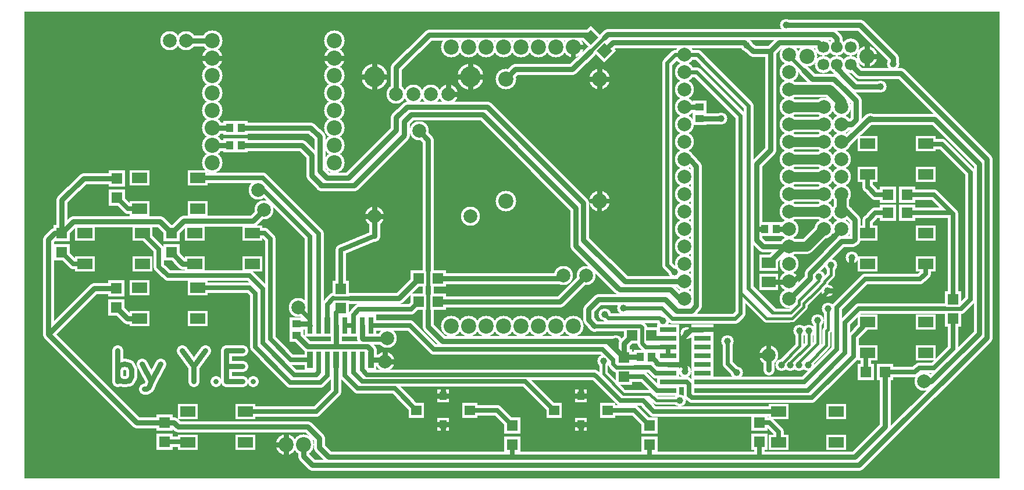
<source format=gbr>
%FSLAX34Y34*%
%MOMM*%
%LNCOPPER_TOP*%
G71*
G01*
%ADD10R, 3.00X2.30*%
%ADD11R, 2.30X2.20*%
%ADD12R, 1.80X1.95*%
%ADD13C, 2.80*%
%ADD14C, 3.00*%
%ADD15R, 2.40X2.40*%
%ADD16C, 3.80*%
%ADD17C, 2.50*%
%ADD18C, 3.00*%
%ADD19C, 1.60*%
%ADD20C, 0.80*%
%ADD21C, 2.20*%
%ADD22C, 1.30*%
%ADD23R, 1.90X2.00*%
%ADD24C, 1.40*%
%ADD25C, 1.80*%
%ADD26C, 1.20*%
%ADD27C, 2.80*%
%ADD28R, 3.20X1.60*%
%ADD29C, 1.50*%
%ADD30C, 0.70*%
%ADD31R, 1.60X3.20*%
%ADD32R, 2.80X2.40*%
%ADD33R, 2.00X1.90*%
%ADD34C, 0.60*%
%ADD35C, 1.59*%
%ADD36R, 2.20X1.50*%
%ADD37R, 1.50X1.40*%
%ADD38R, 1.00X1.15*%
%ADD39C, 2.00*%
%ADD40C, 2.20*%
%ADD41R, 1.60X1.60*%
%ADD42C, 1.70*%
%ADD43C, 2.20*%
%ADD44C, 0.50*%
%ADD45R, 1.10X1.20*%
%ADD46C, 1.00*%
%ADD47C, 0.40*%
%ADD48C, 2.00*%
%ADD49R, 2.40X0.80*%
%ADD50R, 0.80X2.40*%
%ADD51R, 2.00X1.60*%
%ADD52R, 1.20X1.10*%
%ADD53C, 0.79*%
%LPD*%
G36*
X0Y1000000D02*
X1420000Y1000000D01*
X1420000Y320000D01*
X0Y320000D01*
X0Y1000000D01*
G37*
%LPC*%
X168000Y597500D02*
G54D10*
D03*
X168000Y552500D02*
G54D10*
D03*
X252000Y597500D02*
G54D10*
D03*
X252000Y552500D02*
G54D10*
D03*
X571000Y419000D02*
G54D11*
D03*
X649000Y419000D02*
G54D11*
D03*
X610000Y439750D02*
G54D12*
D03*
X610000Y398250D02*
G54D12*
D03*
X960812Y936885D02*
G54D13*
D03*
X960812Y911485D02*
G54D13*
D03*
X960812Y886085D02*
G54D13*
D03*
X960812Y860685D02*
G54D13*
D03*
X960812Y835285D02*
G54D13*
D03*
X960812Y809885D02*
G54D13*
D03*
X960812Y784485D02*
G54D13*
D03*
X960812Y759085D02*
G54D13*
D03*
X960812Y733685D02*
G54D13*
D03*
X960812Y708285D02*
G54D13*
D03*
X960812Y682885D02*
G54D13*
D03*
X960812Y657485D02*
G54D13*
D03*
X960812Y632085D02*
G54D13*
D03*
X960812Y606685D02*
G54D13*
D03*
X960812Y581285D02*
G54D13*
D03*
X1113212Y936885D02*
G54D13*
D03*
X1113212Y911485D02*
G54D13*
D03*
X1113212Y886085D02*
G54D13*
D03*
X1113212Y860685D02*
G54D13*
D03*
X1113212Y835285D02*
G54D13*
D03*
X1113212Y809885D02*
G54D13*
D03*
X1113212Y784485D02*
G54D13*
D03*
X1113212Y759085D02*
G54D13*
D03*
X1113212Y733685D02*
G54D13*
D03*
X1113212Y708285D02*
G54D13*
D03*
X1113212Y682885D02*
G54D13*
D03*
X1113212Y657485D02*
G54D13*
D03*
X1113212Y632085D02*
G54D13*
D03*
X1113212Y606685D02*
G54D13*
D03*
X1113212Y581285D02*
G54D13*
D03*
X168000Y757500D02*
G54D10*
D03*
X168000Y712500D02*
G54D10*
D03*
X252000Y757500D02*
G54D10*
D03*
X252000Y712500D02*
G54D10*
D03*
X88000Y677500D02*
G54D10*
D03*
X88000Y632500D02*
G54D10*
D03*
X172000Y677500D02*
G54D10*
D03*
X172000Y632500D02*
G54D10*
D03*
X248000Y677500D02*
G54D10*
D03*
X248000Y632500D02*
G54D10*
D03*
X332000Y677500D02*
G54D10*
D03*
X332000Y632500D02*
G54D10*
D03*
X771000Y419000D02*
G54D11*
D03*
X849000Y419000D02*
G54D11*
D03*
X810000Y439750D02*
G54D12*
D03*
X810000Y398250D02*
G54D12*
D03*
X1098000Y417500D02*
G54D10*
D03*
X1098000Y372500D02*
G54D10*
D03*
X1182000Y417500D02*
G54D10*
D03*
X1182000Y372500D02*
G54D10*
D03*
X1228000Y677500D02*
G54D10*
D03*
X1228000Y632500D02*
G54D10*
D03*
X1312000Y677500D02*
G54D10*
D03*
X1312000Y632500D02*
G54D10*
D03*
X1228000Y547500D02*
G54D10*
D03*
X1228000Y502500D02*
G54D10*
D03*
X1312000Y547500D02*
G54D10*
D03*
X1312000Y502500D02*
G54D10*
D03*
X1228000Y807500D02*
G54D10*
D03*
X1228000Y762500D02*
G54D10*
D03*
X1312000Y807500D02*
G54D10*
D03*
X1312000Y762500D02*
G54D10*
D03*
X700738Y901900D02*
G54D14*
D03*
X700738Y724100D02*
G54D14*
D03*
X837262Y901900D02*
G54D14*
D03*
X837262Y724100D02*
G54D14*
D03*
X238000Y417500D02*
G54D10*
D03*
X238000Y372500D02*
G54D10*
D03*
X322000Y417500D02*
G54D10*
D03*
X322000Y372500D02*
G54D10*
D03*
X204000Y401500D02*
G54D15*
D03*
X204000Y373500D02*
G54D15*
D03*
X214000Y677000D02*
G54D15*
D03*
X214000Y649000D02*
G54D15*
D03*
X133500Y597000D02*
G54D15*
D03*
X133500Y569000D02*
G54D15*
D03*
X1253500Y474500D02*
G54D15*
D03*
X1225500Y474500D02*
G54D15*
D03*
X710000Y369000D02*
G54D15*
D03*
X710000Y397000D02*
G54D15*
D03*
X134500Y757000D02*
G54D15*
D03*
X134500Y729000D02*
G54D15*
D03*
X1285000Y733000D02*
G54D15*
D03*
X1257000Y733000D02*
G54D15*
D03*
X1070000Y373000D02*
G54D15*
D03*
X1070000Y401000D02*
G54D15*
D03*
X1285000Y707000D02*
G54D15*
D03*
X1257000Y707000D02*
G54D15*
D03*
X910000Y369000D02*
G54D15*
D03*
X910000Y397000D02*
G54D15*
D03*
X649500Y701500D02*
G54D13*
D03*
X649500Y904700D02*
G54D16*
D03*
X509500Y701500D02*
G54D13*
D03*
X509500Y904700D02*
G54D16*
D03*
X541400Y879300D02*
G54D13*
D03*
X566800Y879300D02*
G54D13*
D03*
X592200Y879300D02*
G54D13*
D03*
X617600Y879300D02*
G54D13*
D03*
X1163112Y947894D02*
G54D17*
D03*
X1163112Y922494D02*
G54D17*
D03*
X1183112Y947894D02*
G54D17*
D03*
X1183112Y922494D02*
G54D17*
D03*
X1203112Y947894D02*
G54D17*
D03*
X1203112Y922494D02*
G54D17*
D03*
X1139612Y934194D02*
G54D18*
D03*
X1226612Y934194D02*
G54D18*
D03*
G54D19*
X589000Y966000D02*
X543000Y920000D01*
G54D19*
X541400Y879300D02*
X541400Y918400D01*
X543000Y920000D01*
G54D19*
X1113212Y657485D02*
X1075515Y657485D01*
X1066000Y667000D01*
X1066000Y778000D01*
X1082000Y794000D01*
G54D19*
X1113000Y955000D02*
X1156006Y955000D01*
X1163112Y947894D01*
G54D19*
X1115000Y967000D02*
X1177000Y967000D01*
X1182000Y962000D01*
G54D19*
X1183112Y947894D02*
X1183112Y960888D01*
X1182000Y962000D01*
G54D19*
X1115000Y967000D02*
X849000Y967000D01*
X844000Y962000D01*
G54D19*
X752000Y916000D02*
X798000Y916000D01*
X824402Y942402D01*
G54D19*
X752000Y916000D02*
X714838Y916000D01*
X700738Y901900D01*
G54D20*
X702000Y882000D02*
X817362Y882000D01*
X839000Y870000D01*
X1164012Y860685D02*
G54D13*
D03*
X1189412Y860685D02*
G54D13*
D03*
X1189412Y835285D02*
G54D13*
D03*
X1164012Y835285D02*
G54D13*
D03*
X1164012Y809885D02*
G54D13*
D03*
X1189412Y809885D02*
G54D13*
D03*
X1189412Y784485D02*
G54D13*
D03*
X1164012Y759085D02*
G54D13*
D03*
X1164012Y784485D02*
G54D13*
D03*
X1189412Y759085D02*
G54D13*
D03*
X1164012Y733685D02*
G54D13*
D03*
X1189412Y733685D02*
G54D13*
D03*
X1189412Y708285D02*
G54D13*
D03*
X1164012Y708285D02*
G54D13*
D03*
X1189412Y682885D02*
G54D13*
D03*
X1164012Y682885D02*
G54D13*
D03*
G54D19*
X1242000Y910000D02*
X1215606Y910000D01*
X1203112Y922494D01*
G54D19*
X1242000Y910000D02*
X1276000Y910000D01*
X1401000Y785000D01*
X1401000Y525000D01*
X1215000Y339000D01*
X419400Y339000D01*
G54D21*
X1113212Y759085D02*
X1164012Y759085D01*
G54D21*
X1164012Y733685D02*
X1113212Y733685D01*
G54D21*
X1113212Y784485D02*
X1164012Y784485D01*
G54D21*
X1113212Y809885D02*
X1164012Y809885D01*
G54D22*
X1113212Y936885D02*
X1113212Y935788D01*
X1139000Y910000D01*
G54D21*
X1113212Y835285D02*
X1164012Y835285D01*
G54D21*
X1113212Y860685D02*
X1164012Y860685D01*
G54D21*
X1113212Y708285D02*
X1164012Y708285D01*
G54D21*
X1113212Y657485D02*
X1138612Y657485D01*
X1164012Y682885D01*
G54D19*
X1209000Y682000D02*
X1209000Y697000D01*
X1198000Y708000D01*
G54D19*
X1189412Y708285D02*
X1197715Y708285D01*
X1198000Y708000D01*
G54D19*
X315750Y830100D02*
X416900Y830100D01*
X430000Y818000D01*
X430000Y768000D01*
X440000Y758000D01*
G54D19*
X315750Y804700D02*
X404300Y804700D01*
X418000Y791000D01*
X418000Y761000D01*
X431000Y748000D01*
G54D20*
X464250Y931700D02*
X273750Y931700D01*
X298750Y830100D02*
G54D23*
D03*
X315750Y830100D02*
G54D23*
D03*
X298750Y804700D02*
G54D23*
D03*
X315750Y804700D02*
G54D23*
D03*
G54D19*
X298750Y830100D02*
X273750Y830100D01*
G54D19*
X298750Y804700D02*
X273750Y804700D01*
X211750Y957100D02*
G54D13*
D03*
X235750Y957100D02*
G54D13*
D03*
X461000Y568000D02*
G54D15*
D03*
X461000Y596000D02*
G54D15*
D03*
X381300Y369400D02*
G54D14*
D03*
X406700Y369400D02*
G54D14*
D03*
G54D19*
X406700Y369400D02*
X406700Y351700D01*
X419400Y339000D01*
G54D20*
X381300Y369400D02*
X381300Y351700D01*
X368600Y339000D01*
G54D20*
X368600Y339000D02*
X203000Y339000D01*
X18000Y524000D01*
X18000Y784000D01*
X161000Y927000D01*
G54D20*
X273750Y931700D02*
X165700Y931700D01*
X161000Y927000D01*
G54D24*
X1054000Y863000D02*
X1054000Y597000D01*
X1089000Y562000D01*
X1157000Y614000D02*
G54D25*
D03*
G54D20*
X1113212Y606685D02*
X1119685Y606685D01*
X1130000Y617000D01*
X1130000Y623474D01*
X1189412Y682885D01*
G54D19*
X1113212Y581285D02*
X1114285Y581285D01*
X1144000Y611000D01*
X1144000Y619000D01*
X1190000Y665000D01*
X1206000Y665000D01*
X1209000Y668000D01*
X1209000Y697000D01*
X1198000Y708000D01*
X1189697Y708000D01*
X1189412Y708285D01*
G54D26*
X1090000Y561000D02*
X1116000Y561000D01*
X1128000Y573000D01*
X1128000Y579000D01*
X1156000Y607000D01*
G54D26*
X1042000Y608000D02*
X1042000Y591000D01*
X1080000Y553000D01*
X1118000Y553000D01*
X1132000Y567000D01*
X1310000Y461000D02*
G54D27*
D03*
G54D19*
X1310000Y461000D02*
X1320000Y461000D01*
X1390000Y531000D01*
X1390000Y778000D01*
X1325000Y843000D01*
G54D19*
X1189412Y835285D02*
X1204285Y835285D01*
X1205000Y836000D01*
G54D19*
X1189412Y809885D02*
X1195885Y809885D01*
X1225000Y839000D01*
G54D19*
X440000Y758000D02*
X472000Y758000D01*
X541400Y827400D01*
X541400Y845400D01*
X557000Y861000D01*
X674000Y861000D01*
X814000Y721000D01*
X814000Y667000D01*
X871000Y610000D01*
G54D19*
X960812Y606685D02*
X874315Y606685D01*
X871000Y610000D01*
G54D19*
X464000Y747000D02*
X444000Y747000D01*
G54D19*
X464000Y747000D02*
X480000Y747000D01*
X552000Y819000D01*
G54D19*
X588000Y850000D02*
X563000Y850000D01*
X553000Y840000D01*
X553000Y820000D01*
X552000Y819000D01*
G54D19*
X588000Y850000D02*
X667000Y850000D01*
X803000Y714000D01*
X803000Y659000D01*
X864000Y598000D01*
G54D19*
X888000Y595000D02*
X867000Y595000D01*
X864000Y598000D01*
G54D19*
X888000Y595000D02*
X941000Y595000D01*
X960000Y576000D01*
X987169Y448137D02*
G54D28*
D03*
X987168Y460837D02*
G54D28*
D03*
X987168Y473537D02*
G54D28*
D03*
X987168Y486237D02*
G54D28*
D03*
X987168Y498936D02*
G54D28*
D03*
X987168Y511637D02*
G54D28*
D03*
X987168Y524337D02*
G54D28*
D03*
X987169Y537036D02*
G54D28*
D03*
X937168Y537037D02*
G54D28*
D03*
X937168Y524337D02*
G54D28*
D03*
X937168Y511636D02*
G54D28*
D03*
X937169Y498936D02*
G54D28*
D03*
X937169Y486237D02*
G54D28*
D03*
X937168Y473536D02*
G54D28*
D03*
X937169Y460837D02*
G54D28*
D03*
X937168Y448136D02*
G54D28*
D03*
G54D20*
X987169Y537036D02*
X970282Y537036D01*
X958382Y525136D01*
G54D20*
X957582Y524336D02*
X957582Y488336D01*
X956382Y487136D01*
G54D20*
X937168Y486236D02*
X955482Y486236D01*
X956382Y487136D01*
G54D29*
X937168Y498937D02*
X937168Y511636D01*
X896518Y496515D02*
G54D23*
D03*
G36*
X904018Y506515D02*
X923018Y506515D01*
X923018Y486515D01*
X904018Y486515D01*
X904018Y506515D01*
G37*
G54D24*
X1004000Y886000D02*
X1042000Y848000D01*
X1042000Y560000D01*
G54D29*
X937169Y460837D02*
X964279Y460837D01*
X967897Y457219D01*
X967897Y441219D01*
X970897Y438219D01*
G54D29*
X994897Y437219D02*
X971896Y437219D01*
X970897Y438219D01*
G54D29*
X987168Y460837D02*
X1135836Y460837D01*
X1183000Y508000D01*
X1183000Y569000D01*
X1224000Y610000D01*
X1304000Y610000D01*
X1312000Y618000D01*
X1312000Y632500D01*
G54D29*
X1257000Y733000D02*
X1239000Y733000D01*
X1229000Y743000D01*
G54D29*
X1228000Y762500D02*
X1228000Y744000D01*
X1229000Y743000D01*
G54D29*
X1257000Y707000D02*
X1239000Y707000D01*
X1229000Y697000D01*
G54D29*
X1228000Y677500D02*
X1228000Y696000D01*
X1229000Y697000D01*
G54D29*
X1285000Y733000D02*
X1324000Y733000D01*
X1352000Y705000D01*
G54D29*
X1285000Y707000D02*
X1350000Y707000D01*
X1352000Y705000D01*
G54D29*
X1352000Y509000D02*
X1324000Y481000D01*
X1303000Y481000D01*
G54D29*
X994897Y437219D02*
X1146219Y437219D01*
X1207000Y498000D01*
X1207000Y526500D01*
X1228000Y547500D01*
X1352000Y581000D02*
G54D15*
D03*
X1352000Y553000D02*
G54D15*
D03*
G54D24*
X1364000Y567000D02*
X1337000Y567000D01*
G54D29*
X987169Y448137D02*
X1140136Y448137D01*
X1195000Y503000D01*
X1195000Y547000D01*
X1215000Y567000D01*
X1340000Y567000D01*
G54D29*
X1364000Y567000D02*
X1378000Y581000D01*
X1378000Y765000D01*
X1336000Y807000D01*
X1312500Y807000D01*
X1312000Y807500D01*
G54D29*
X1352000Y581000D02*
X1352000Y705000D01*
X1324000Y733000D01*
G54D29*
X1352000Y553000D02*
X1352000Y509000D01*
X1324000Y481000D01*
G54D29*
X1225500Y474500D02*
X1225500Y500000D01*
X1228000Y502500D01*
G54D29*
X1253500Y474500D02*
X1296500Y474500D01*
X1303000Y481000D01*
X1084000Y499000D02*
G54D27*
D03*
G54D30*
X987169Y537036D02*
X1045964Y537036D01*
X1084000Y521000D01*
X1084000Y499000D01*
G54D29*
X1098000Y372500D02*
X1098000Y388000D01*
X1087000Y399000D01*
G54D29*
X1070000Y401000D02*
X1085000Y401000D01*
X1087000Y399000D01*
G54D19*
X1253500Y474500D02*
X1253500Y395500D01*
X1209000Y351000D01*
X443000Y351000D01*
G36*
X407750Y508484D02*
X423750Y508484D01*
X423751Y476484D01*
X407751Y476484D01*
X407750Y508484D01*
G37*
X428450Y492484D02*
G54D31*
D03*
X441150Y492484D02*
G54D31*
D03*
G36*
X445850Y508484D02*
X461850Y508484D01*
X461850Y476484D01*
X445850Y476484D01*
X445850Y508484D01*
G37*
X466550Y492484D02*
G54D31*
D03*
X479250Y492484D02*
G54D31*
D03*
X491950Y492484D02*
G54D31*
D03*
G36*
X496649Y508484D02*
X512649Y508484D01*
X512650Y476484D01*
X496650Y476484D01*
X496649Y508484D01*
G37*
X504650Y542484D02*
G54D31*
D03*
X491950Y542484D02*
G54D31*
D03*
X479250Y542484D02*
G54D31*
D03*
X466550Y542484D02*
G54D31*
D03*
X453850Y542484D02*
G54D31*
D03*
G36*
X433149Y558484D02*
X449149Y558484D01*
X449150Y526484D01*
X433150Y526484D01*
X433149Y558484D01*
G37*
X428450Y542484D02*
G54D31*
D03*
X415750Y542484D02*
G54D31*
D03*
G54D29*
X466550Y542484D02*
X479250Y542484D01*
X873000Y468000D02*
G54D15*
D03*
X873000Y496000D02*
G54D15*
D03*
G54D30*
X937169Y486237D02*
X923797Y486237D01*
X913518Y496515D01*
G54D29*
X937168Y473536D02*
X919464Y473536D01*
X911000Y482000D01*
G54D24*
X889000Y482000D02*
X862000Y482000D01*
G54D29*
X911000Y482000D02*
X889000Y482000D01*
G54D19*
X896518Y496515D02*
X873515Y496515D01*
X873000Y496000D01*
G54D29*
X1070000Y373000D02*
X1070000Y351000D01*
G54D29*
X204000Y373500D02*
X237000Y373500D01*
X238000Y372500D01*
G54D19*
X204000Y401500D02*
X217500Y401500D01*
X223000Y396000D01*
G54D19*
X280000Y395000D02*
X224000Y395000D01*
X223000Y396000D01*
G54D19*
X280000Y395000D02*
X412000Y395000D01*
X429000Y378000D01*
G54D19*
X429000Y378000D02*
X429000Y365000D01*
X443000Y351000D01*
G54D29*
X649000Y419000D02*
X688000Y419000D01*
X710000Y397000D01*
G54D29*
X710000Y369000D02*
X710000Y351000D01*
G54D29*
X910000Y369000D02*
X910000Y351000D01*
G54D29*
X849000Y419000D02*
X888000Y419000D01*
X910000Y397000D01*
G36*
X824798Y979556D02*
X841757Y962575D01*
X824776Y945615D01*
X807816Y962597D01*
X824798Y979556D01*
G37*
G36*
X844598Y959757D02*
X861556Y942775D01*
X844574Y925816D01*
X827615Y942799D01*
X844598Y959757D01*
G37*
G54D24*
X844000Y962000D02*
X824402Y942402D01*
G54D24*
X960812Y911485D02*
X978515Y911485D01*
X1004000Y886000D01*
G54D19*
X962000Y955000D02*
X1048000Y955000D01*
G54D19*
X962000Y955000D02*
X856799Y955000D01*
X844586Y942787D01*
G54D19*
X1086000Y830000D02*
X1086000Y798000D01*
X1082000Y794000D01*
G54D19*
X1086000Y830000D02*
X1086000Y942000D01*
X1098000Y954000D01*
G54D19*
X1113000Y955000D02*
X1099000Y955000D01*
X1098000Y954000D01*
X1084000Y634000D02*
G54D32*
D03*
X1084000Y606000D02*
G54D32*
D03*
G54D20*
X1084000Y606000D02*
X1112526Y606000D01*
X1113212Y606685D01*
G54D19*
X1113212Y657485D02*
X1107485Y657485D01*
X1084000Y634000D01*
G54D29*
X504650Y542484D02*
X561516Y542484D01*
X596000Y508000D01*
X842000Y508000D01*
X857000Y493000D01*
X396018Y528015D02*
G54D33*
D03*
X396018Y545015D02*
G54D33*
D03*
G54D19*
X396018Y545015D02*
X413219Y545015D01*
X415750Y542484D01*
G54D29*
X479250Y542484D02*
X479250Y558250D01*
X487000Y566000D01*
X538000Y566000D01*
G54D29*
X1098000Y417500D02*
X916500Y417500D01*
X901000Y433000D01*
X868000Y433000D01*
X833000Y468000D01*
G54D29*
X491950Y492484D02*
X491950Y478050D01*
X499000Y471000D01*
X830000Y471000D01*
X833000Y468000D01*
G54D29*
X526000Y461000D02*
X492000Y461000D01*
X481000Y472000D01*
G54D29*
X479250Y492484D02*
X479250Y473750D01*
X481000Y472000D01*
G54D29*
X526000Y461000D02*
X729000Y461000D01*
X771000Y419000D01*
G54D29*
X516000Y451000D02*
X539000Y451000D01*
X571000Y419000D01*
G54D29*
X516000Y451000D02*
X485000Y451000D01*
X467000Y469000D01*
G54D29*
X466550Y492484D02*
X466550Y469450D01*
X467000Y469000D01*
G54D29*
X322000Y417500D02*
X425500Y417500D01*
X453000Y445000D01*
G54D29*
X453850Y492484D02*
X453850Y445850D01*
X453000Y445000D01*
G54D29*
X252000Y757500D02*
X347500Y757500D01*
X424000Y681000D01*
G54D29*
X428450Y542484D02*
X428450Y676550D01*
X424000Y681000D01*
G54D29*
X168000Y712500D02*
X151000Y712500D01*
X134500Y729000D01*
X54500Y677000D02*
G54D15*
D03*
X54500Y649000D02*
G54D15*
D03*
G54D29*
X88000Y632500D02*
X71000Y632500D01*
X54500Y649000D01*
G54D19*
X134500Y757000D02*
X86000Y757000D01*
X56000Y727000D01*
G54D19*
X54500Y677000D02*
X54500Y725500D01*
X56000Y727000D01*
G54D19*
X54500Y677000D02*
X44000Y677000D01*
X35000Y668000D01*
X35000Y530000D01*
X163000Y402000D01*
G54D19*
X204000Y401500D02*
X163500Y401500D01*
X163000Y402000D01*
G54D24*
X474000Y582000D02*
X450000Y582000D01*
G54D29*
X441150Y542484D02*
X441150Y573150D01*
X450000Y582000D01*
G54D29*
X453850Y542484D02*
X453850Y560850D01*
X461000Y568000D01*
G54D29*
X461000Y596000D02*
X461000Y653000D01*
X510000Y673000D01*
G54D19*
X978000Y759000D02*
X978000Y775000D01*
X970000Y783000D01*
G54D19*
X960812Y784485D02*
X968515Y784485D01*
X970000Y783000D01*
G54D19*
X978000Y759000D02*
X978000Y573000D01*
G54D19*
X978000Y573000D02*
X978000Y571000D01*
X971000Y564000D01*
G54D19*
X756000Y966000D02*
X821373Y966000D01*
X824787Y962586D01*
G54D19*
X798000Y520000D02*
X849000Y520000D01*
X873000Y496000D01*
G54D19*
X798000Y520000D02*
X609000Y520000D01*
X588000Y541000D01*
G54D19*
X168000Y552500D02*
X150000Y552500D01*
X133500Y569000D01*
G54D19*
X133500Y597000D02*
X102000Y597000D01*
X35000Y530000D01*
X525000Y490000D02*
G54D27*
D03*
G54D19*
X504650Y492484D02*
X522516Y492484D01*
X525000Y490000D01*
G54D29*
X415750Y542484D02*
X415750Y672250D01*
X344000Y744000D01*
X340000Y740000D02*
G54D27*
D03*
G54D29*
X254000Y615000D02*
X209000Y615000D01*
X196000Y628000D01*
X196000Y653500D01*
X172000Y677500D01*
G54D19*
X248000Y632500D02*
X230500Y632500D01*
X214000Y649000D01*
G54D19*
X171000Y694000D02*
X197000Y694000D01*
X214000Y677000D01*
G54D19*
X171000Y694000D02*
X71500Y694000D01*
X54500Y677000D01*
G54D29*
X332000Y677500D02*
X349500Y677500D01*
X358000Y669000D01*
X358000Y523000D01*
X388000Y493000D01*
G54D29*
X415750Y492484D02*
X388516Y492484D01*
X388000Y493000D01*
G54D29*
X254000Y615000D02*
X328000Y615000D01*
X347000Y596000D01*
X347000Y517000D01*
X393000Y471000D01*
G54D29*
X428450Y492484D02*
X428450Y474450D01*
X425000Y471000D01*
X393000Y471000D01*
G54D29*
X252000Y597500D02*
X327500Y597500D01*
X336000Y589000D01*
X336000Y511000D01*
X383000Y464000D01*
G54D29*
X408000Y460000D02*
X387000Y460000D01*
X383000Y464000D01*
G54D29*
X441150Y492484D02*
X441150Y470150D01*
X431000Y460000D01*
X408000Y460000D01*
X349000Y711000D02*
G54D27*
D03*
G54D19*
X251000Y695000D02*
X232000Y695000D01*
X214000Y677000D01*
G54D19*
X251000Y695000D02*
X333000Y695000D01*
X349000Y711000D01*
X982812Y860685D02*
G54D33*
D03*
X982812Y843685D02*
G54D33*
D03*
G54D19*
X960812Y860685D02*
X982812Y860685D01*
X575000Y826000D02*
G54D27*
D03*
G54D19*
X588000Y623000D02*
X588000Y813000D01*
X575000Y826000D01*
X574000Y577000D02*
G54D15*
D03*
X602000Y577000D02*
G54D15*
D03*
G54D24*
X588000Y565000D02*
X588000Y589000D01*
G54D19*
X588000Y541000D02*
X588000Y565000D01*
G54D29*
X538000Y566000D02*
X563000Y566000D01*
X574000Y577000D01*
X818000Y615000D02*
G54D27*
D03*
G54D19*
X602000Y577000D02*
X780000Y577000D01*
X818000Y615000D01*
X885000Y528000D02*
G54D15*
D03*
X913000Y528000D02*
G54D15*
D03*
G54D24*
X899000Y528000D02*
X899000Y517000D01*
G54D24*
X937168Y511636D02*
X904364Y511636D01*
X899000Y517000D01*
G54D24*
X899000Y528000D02*
X899000Y540000D01*
X897000Y542000D01*
X830000Y542000D01*
G54D19*
X873000Y496000D02*
X873000Y516000D01*
X885000Y528000D01*
G54D29*
X937168Y524337D02*
X916663Y524337D01*
X913000Y528000D01*
X528000Y524000D02*
G54D27*
D03*
G54D19*
X504650Y492484D02*
X504650Y507350D01*
X502000Y510000D01*
G54D19*
X478000Y512000D02*
X500000Y512000D01*
X504650Y507350D01*
G54D19*
X478000Y512000D02*
X412033Y512000D01*
X396018Y528015D01*
G54D19*
X453850Y542484D02*
X453850Y512150D01*
X454000Y512000D01*
G54D19*
X493000Y523000D02*
X527000Y523000D01*
X528000Y524000D01*
G54D19*
X491950Y542484D02*
X491950Y524050D01*
X493000Y523000D01*
X399000Y569000D02*
G54D27*
D03*
G54D29*
X415750Y542484D02*
X415750Y552250D01*
X399000Y569000D01*
X574000Y611000D02*
G54D15*
D03*
X602000Y611000D02*
G54D15*
D03*
G54D24*
X588000Y599000D02*
X588000Y623000D01*
G54D19*
X588000Y589000D02*
X588000Y599000D01*
G54D19*
X474000Y582000D02*
X545000Y582000D01*
X574000Y611000D01*
X785000Y615000D02*
G54D27*
D03*
G54D19*
X602000Y611000D02*
X781000Y611000D01*
X785000Y615000D01*
G54D20*
X381300Y369400D02*
X356400Y369400D01*
X356000Y369000D01*
G54D20*
X525000Y490000D02*
X553000Y490000D01*
G54D20*
X525000Y490000D02*
X525000Y505000D01*
G54D20*
X610000Y398250D02*
X610000Y381000D01*
G54D20*
X610000Y439750D02*
X610000Y449000D01*
G54D20*
X610000Y398250D02*
X595750Y398250D01*
X590000Y393000D01*
G54D20*
X610000Y398250D02*
X626750Y398250D01*
X627000Y398000D01*
G54D20*
X610000Y439750D02*
X594250Y439750D01*
X594000Y440000D01*
G54D20*
X610000Y439750D02*
X625750Y439750D01*
X627000Y441000D01*
G54D20*
X810000Y398250D02*
X810000Y383000D01*
G54D20*
X810000Y439750D02*
X810000Y455000D01*
G54D20*
X810000Y439750D02*
X795250Y439750D01*
X795000Y440000D01*
G54D20*
X810000Y439750D02*
X826250Y439750D01*
X830000Y441000D01*
G54D20*
X810000Y398250D02*
X797250Y398250D01*
X794000Y395000D01*
G54D20*
X810000Y398250D02*
X827250Y398250D01*
X833000Y395000D01*
G54D20*
X1084000Y499000D02*
X1058000Y499000D01*
G54D19*
X1084000Y499000D02*
X1084000Y478000D01*
G54D20*
X617600Y879300D02*
X617600Y904600D01*
X619000Y906000D01*
G54D20*
X649500Y904700D02*
X617700Y904700D01*
X617600Y904600D01*
G54D20*
X649500Y904700D02*
X649500Y880500D01*
X650000Y880000D01*
G54D20*
X837262Y901900D02*
X837262Y871738D01*
X839000Y870000D01*
G54D20*
X837262Y901900D02*
X837262Y924738D01*
X837000Y925000D01*
G54D20*
X837262Y901900D02*
X816100Y901900D01*
X815000Y903000D01*
G54D20*
X837262Y901900D02*
X864900Y901900D01*
X865000Y902000D01*
G54D20*
X649500Y904700D02*
X675300Y904700D01*
X677000Y903000D01*
X677000Y890000D01*
X685000Y882000D01*
X702000Y882000D01*
G54D20*
X509500Y904700D02*
X509500Y936200D01*
X508800Y931900D01*
G54D20*
X509500Y904700D02*
X509500Y875500D01*
X508000Y874000D01*
G54D20*
X451550Y931700D02*
X490300Y931700D01*
G54D20*
X490300Y931700D02*
X508800Y931900D01*
G54D20*
X509500Y904700D02*
X484300Y904700D01*
X484000Y905000D01*
G54D20*
X509500Y701500D02*
X509500Y730500D01*
X508000Y732000D01*
G54D20*
X509500Y701500D02*
X537500Y701500D01*
X538000Y701000D01*
G54D19*
X509500Y701500D02*
X509500Y673500D01*
X510000Y673000D01*
G54D20*
X509500Y701500D02*
X482500Y701500D01*
X481000Y703000D01*
G54D20*
X381300Y382800D02*
X381300Y369400D01*
G54D20*
X528500Y904700D02*
X509500Y904700D01*
G54D20*
X617600Y879300D02*
X648300Y879300D01*
X649500Y880500D01*
G54D30*
X798900Y947900D02*
X813550Y947900D01*
G54D30*
X798900Y947900D02*
X798900Y933230D01*
G54D30*
X837262Y724100D02*
X858900Y724100D01*
X859000Y724000D01*
G54D30*
X837262Y724100D02*
X837262Y704262D01*
X837000Y704000D01*
G54D30*
X837262Y724100D02*
X825150Y724100D01*
G54D20*
X1226612Y934194D02*
X1226612Y950178D01*
X1226612Y934194D01*
G54D20*
X1226612Y934194D02*
X1226610Y922030D01*
G54D19*
X1149000Y902000D02*
X1179000Y902000D01*
X1199000Y882000D01*
G54D19*
X1149000Y902000D02*
X1147000Y902000D01*
X1135000Y914000D01*
G54D21*
X1189412Y733685D02*
X1189412Y708285D01*
G54D19*
X273750Y957100D02*
X235750Y957100D01*
X621100Y947900D02*
G54D14*
D03*
X621100Y541500D02*
G54D14*
D03*
X646500Y947900D02*
G54D14*
D03*
X646500Y541500D02*
G54D14*
D03*
X671900Y947900D02*
G54D14*
D03*
X671900Y541500D02*
G54D14*
D03*
X697300Y947900D02*
G54D14*
D03*
X697300Y541500D02*
G54D14*
D03*
X722700Y947900D02*
G54D14*
D03*
X722700Y541500D02*
G54D14*
D03*
X748100Y947900D02*
G54D14*
D03*
X748100Y541500D02*
G54D14*
D03*
X773500Y947900D02*
G54D14*
D03*
X773500Y541500D02*
G54D14*
D03*
X798900Y947900D02*
G54D14*
D03*
X798900Y541500D02*
G54D14*
D03*
X451550Y779300D02*
G54D14*
D03*
X451550Y804700D02*
G54D14*
D03*
X451550Y830100D02*
G54D14*
D03*
X451550Y855500D02*
G54D14*
D03*
X451550Y880900D02*
G54D14*
D03*
X451550Y906300D02*
G54D14*
D03*
X451550Y931700D02*
G54D14*
D03*
X451550Y957100D02*
G54D14*
D03*
X273750Y779300D02*
G54D14*
D03*
X273750Y804700D02*
G54D14*
D03*
X273750Y830100D02*
G54D14*
D03*
X273750Y855500D02*
G54D14*
D03*
X273750Y880900D02*
G54D14*
D03*
X273750Y906300D02*
G54D14*
D03*
X273750Y931700D02*
G54D14*
D03*
X273750Y957100D02*
G54D14*
D03*
X273750Y957100D02*
G54D14*
D03*
G54D19*
X444000Y747000D02*
X432000Y747000D01*
X431000Y748000D01*
G54D19*
X756000Y966000D02*
X589000Y966000D01*
X543000Y920000D01*
X1052000Y951000D02*
G54D25*
D03*
G54D24*
X1054000Y798000D02*
X1054000Y863000D01*
X989000Y928000D01*
G54D24*
X960812Y936885D02*
X980115Y936885D01*
X989000Y928000D01*
G54D19*
X1013000Y955000D02*
X1048000Y955000D01*
X1052000Y951000D01*
G54D19*
X1086000Y942000D02*
X1061000Y942000D01*
X1052000Y951000D01*
X1014000Y844000D02*
G54D25*
D03*
G54D19*
X982812Y843685D02*
X1013685Y843685D01*
X1014000Y844000D01*
G54D19*
X971000Y564000D02*
X950000Y564000D01*
X933000Y581000D01*
X836000Y581000D01*
X821000Y566000D01*
X821000Y551000D01*
X830000Y542000D01*
X872000Y568000D02*
G54D25*
D03*
X845000Y559000D02*
G54D25*
D03*
X930000Y549000D02*
G54D25*
D03*
X964000Y532000D02*
G54D25*
D03*
G54D24*
X960812Y936885D02*
X947885Y936885D01*
X936000Y925000D01*
X936000Y631897D01*
X946812Y620085D02*
G54D25*
D03*
X1102000Y485000D02*
G54D25*
D03*
X1115000Y485000D02*
G54D25*
D03*
X1128000Y485000D02*
G54D25*
D03*
X1141000Y485000D02*
G54D25*
D03*
X1129000Y535000D02*
G54D25*
D03*
X1142000Y535000D02*
G54D25*
D03*
X1155000Y550000D02*
G54D25*
D03*
G54D26*
X1102000Y485000D02*
X1102000Y486000D01*
X1129000Y513000D01*
X1129000Y535000D01*
G54D26*
X1115000Y485000D02*
X1115000Y488000D01*
X1142000Y515000D01*
X1142000Y535000D01*
G54D26*
X1128000Y485000D02*
X1128000Y489000D01*
X1155000Y516000D01*
X1155000Y550000D01*
G54D26*
X1141000Y485000D02*
X1141000Y487000D01*
X1168000Y514000D01*
X1168000Y535000D01*
X1174000Y631000D02*
G54D25*
D03*
X1170000Y567000D02*
G54D25*
D03*
G54D26*
X1170000Y567000D02*
X1170000Y537000D01*
X1168000Y535000D01*
G54D26*
X1157000Y614000D02*
X1157000Y608000D01*
X1156000Y607000D01*
G54D26*
X1174000Y631000D02*
X1174000Y616000D01*
X1165000Y607000D01*
X1165000Y605000D01*
X1152000Y592000D01*
G54D26*
X1135000Y570000D02*
X1135000Y575000D01*
X1152000Y592000D01*
X1169000Y593000D02*
G54D25*
D03*
G54D20*
X1169000Y593000D02*
X1182000Y593000D01*
X1204000Y615000D01*
X1204000Y637000D01*
X1205000Y642000D01*
X962000Y476000D02*
G54D25*
D03*
G54D20*
X962000Y476000D02*
X962000Y481518D01*
X956382Y487136D01*
X861000Y520000D02*
G54D25*
D03*
G54D20*
X649500Y904700D02*
X649500Y927500D01*
G54D24*
X857000Y493000D02*
X857000Y487000D01*
X862000Y482000D01*
X843000Y491000D02*
G54D25*
D03*
G54D29*
X873000Y468000D02*
X901000Y468000D01*
X920864Y448136D01*
G54D29*
X937168Y448136D02*
X920864Y448136D01*
X901000Y468000D01*
G54D26*
X843000Y491000D02*
X843000Y472000D01*
X872000Y443000D01*
X910000Y443000D01*
X920000Y433000D01*
X954000Y433000D02*
G54D25*
D03*
G54D26*
X954000Y433000D02*
X920000Y433000D01*
X910000Y443000D01*
X1037000Y474000D02*
G54D25*
D03*
G54D26*
X1135000Y570000D02*
X1132000Y567000D01*
G54D34*
X1116000Y545000D02*
X1122000Y545000D01*
X1131000Y554000D01*
G54D34*
X1131000Y554000D02*
X1161000Y584000D01*
G54D34*
X1169000Y593000D02*
X1169000Y592000D01*
X1161000Y584000D01*
G54D34*
X1084000Y521000D02*
X1092000Y521000D01*
X1116000Y545000D01*
X1024000Y520000D02*
G54D25*
D03*
G54D24*
X1024000Y520000D02*
X1024000Y487000D01*
X1037000Y474000D01*
G54D19*
X861000Y520000D02*
X849000Y520000D01*
G54D19*
X861000Y520000D02*
X861000Y508000D01*
X866000Y503000D01*
X1232000Y843000D02*
G54D25*
D03*
G54D24*
X936000Y631897D02*
X936000Y630897D01*
X946812Y620085D01*
G54D26*
X1090000Y561000D02*
X1088000Y563000D01*
G54D24*
X871000Y554000D02*
X925000Y554000D01*
X930000Y549000D01*
G54D24*
X871000Y554000D02*
X850000Y554000D01*
X845000Y559000D01*
G54D24*
X872000Y568000D02*
X928000Y568000D01*
X943000Y553000D01*
X1035000Y553000D01*
X1042000Y560000D01*
G54D19*
X1199000Y882000D02*
X1211000Y870000D01*
X1211000Y842000D01*
X1205000Y836000D01*
X1190126Y836000D01*
X1189412Y835285D01*
G54D19*
X1193000Y907000D02*
X1186000Y914000D01*
G54D19*
X1183112Y922494D02*
X1183112Y916888D01*
X1186000Y914000D01*
X1246000Y891000D02*
G54D25*
D03*
G54D19*
X1246000Y891000D02*
X1209000Y891000D01*
X1193000Y907000D01*
X1265000Y924000D02*
G54D25*
D03*
G54D19*
X1265000Y924000D02*
X1265000Y932000D01*
X1217000Y980000D01*
G54D20*
X1226612Y934194D02*
X1243806Y934194D01*
X1244000Y934000D01*
X1109000Y980000D02*
G54D25*
D03*
G54D19*
X1217000Y980000D02*
X1109000Y980000D01*
X1205000Y642000D02*
G54D25*
D03*
G54D20*
X837262Y724100D02*
X837262Y901900D01*
X1078212Y682885D02*
G54D23*
D03*
X1095212Y682885D02*
G54D23*
D03*
G54D19*
X1113212Y682885D02*
X1095212Y682885D01*
G54D19*
X1078212Y682885D02*
X1066115Y682885D01*
X1066000Y683000D01*
G54D35*
X135628Y461334D02*
X135628Y505778D01*
G54D35*
X135628Y479111D02*
X138961Y484667D01*
X145628Y486334D01*
X152295Y484667D01*
X155628Y479111D01*
X155628Y468000D01*
X152295Y462445D01*
X145628Y461334D01*
X138961Y462445D01*
X135628Y468000D01*
G54D35*
X171184Y486334D02*
X184517Y461334D01*
X197851Y486334D01*
G54D35*
X184517Y461334D02*
X181184Y453000D01*
X177851Y450222D01*
X174517Y450222D01*
G54D35*
X229630Y505778D02*
X246297Y483556D01*
X246297Y461334D01*
G54D35*
X246297Y483556D02*
X262963Y505778D01*
G54D35*
X278519Y461334D02*
X278519Y461334D01*
G54D35*
X317408Y461334D02*
X294075Y461334D01*
X294075Y505778D01*
X317408Y505778D01*
G54D35*
X294075Y483556D02*
X317408Y483556D01*
G54D35*
X332964Y461334D02*
X332964Y461334D01*
G54D19*
X1232000Y843000D02*
X1325000Y843000D01*
X1390000Y778000D01*
G54D19*
X1232000Y843000D02*
X1229000Y843000D01*
X1225000Y839000D01*
G54D21*
X1189412Y860685D02*
X1189412Y868588D01*
X1174000Y884000D01*
G54D21*
X1113212Y886085D02*
X1171915Y886085D01*
X1174000Y884000D01*
%LPD*%
X168000Y597500D02*
G54D36*
D03*
X168000Y552500D02*
G54D36*
D03*
X252000Y597500D02*
G54D36*
D03*
X252000Y552500D02*
G54D36*
D03*
X571000Y419000D02*
G54D37*
D03*
X649000Y419000D02*
G54D37*
D03*
X610000Y439750D02*
G54D38*
D03*
X610000Y398250D02*
G54D38*
D03*
X960812Y936885D02*
G54D39*
D03*
X960812Y911485D02*
G54D39*
D03*
X960812Y886085D02*
G54D39*
D03*
X960812Y860685D02*
G54D39*
D03*
X960812Y835285D02*
G54D39*
D03*
X960812Y809885D02*
G54D39*
D03*
X960812Y784485D02*
G54D39*
D03*
X960812Y759085D02*
G54D39*
D03*
X960812Y733685D02*
G54D39*
D03*
X960812Y708285D02*
G54D39*
D03*
X960812Y682885D02*
G54D39*
D03*
X960812Y657485D02*
G54D39*
D03*
X960812Y632085D02*
G54D39*
D03*
X960812Y606685D02*
G54D39*
D03*
X960812Y581285D02*
G54D39*
D03*
X1113212Y936885D02*
G54D39*
D03*
X1113212Y911485D02*
G54D39*
D03*
X1113212Y886085D02*
G54D39*
D03*
X1113212Y860685D02*
G54D39*
D03*
X1113212Y835285D02*
G54D39*
D03*
X1113212Y809885D02*
G54D39*
D03*
X1113212Y784485D02*
G54D39*
D03*
X1113212Y759085D02*
G54D39*
D03*
X1113212Y733685D02*
G54D39*
D03*
X1113212Y708285D02*
G54D39*
D03*
X1113212Y682885D02*
G54D39*
D03*
X1113212Y657485D02*
G54D39*
D03*
X1113212Y632085D02*
G54D39*
D03*
X1113212Y606685D02*
G54D39*
D03*
X1113212Y581285D02*
G54D39*
D03*
X168000Y757500D02*
G54D36*
D03*
X168000Y712500D02*
G54D36*
D03*
X252000Y757500D02*
G54D36*
D03*
X252000Y712500D02*
G54D36*
D03*
X88000Y677500D02*
G54D36*
D03*
X88000Y632500D02*
G54D36*
D03*
X172000Y677500D02*
G54D36*
D03*
X172000Y632500D02*
G54D36*
D03*
X248000Y677500D02*
G54D36*
D03*
X248000Y632500D02*
G54D36*
D03*
X332000Y677500D02*
G54D36*
D03*
X332000Y632500D02*
G54D36*
D03*
X771000Y419000D02*
G54D37*
D03*
X849000Y419000D02*
G54D37*
D03*
X810000Y439750D02*
G54D38*
D03*
X810000Y398250D02*
G54D38*
D03*
X1098000Y417500D02*
G54D36*
D03*
X1098000Y372500D02*
G54D36*
D03*
X1182000Y417500D02*
G54D36*
D03*
X1182000Y372500D02*
G54D36*
D03*
X1228000Y677500D02*
G54D36*
D03*
X1228000Y632500D02*
G54D36*
D03*
X1312000Y677500D02*
G54D36*
D03*
X1312000Y632500D02*
G54D36*
D03*
X1228000Y547500D02*
G54D36*
D03*
X1228000Y502500D02*
G54D36*
D03*
X1312000Y547500D02*
G54D36*
D03*
X1312000Y502500D02*
G54D36*
D03*
X1228000Y807500D02*
G54D36*
D03*
X1228000Y762500D02*
G54D36*
D03*
X1312000Y807500D02*
G54D36*
D03*
X1312000Y762500D02*
G54D36*
D03*
X700738Y901900D02*
G54D40*
D03*
X700738Y724100D02*
G54D40*
D03*
X837262Y901900D02*
G54D40*
D03*
X837262Y724100D02*
G54D40*
D03*
X238000Y417500D02*
G54D36*
D03*
X238000Y372500D02*
G54D36*
D03*
X322000Y417500D02*
G54D36*
D03*
X322000Y372500D02*
G54D36*
D03*
X204000Y401500D02*
G54D41*
D03*
X204000Y373500D02*
G54D41*
D03*
X214000Y677000D02*
G54D41*
D03*
X214000Y649000D02*
G54D41*
D03*
X133500Y597000D02*
G54D41*
D03*
X133500Y569000D02*
G54D41*
D03*
X1253500Y474500D02*
G54D41*
D03*
X1225500Y474500D02*
G54D41*
D03*
X710000Y369000D02*
G54D41*
D03*
X710000Y397000D02*
G54D41*
D03*
X134500Y757000D02*
G54D41*
D03*
X134500Y729000D02*
G54D41*
D03*
X1285000Y733000D02*
G54D41*
D03*
X1257000Y733000D02*
G54D41*
D03*
X1070000Y373000D02*
G54D41*
D03*
X1070000Y401000D02*
G54D41*
D03*
X1285000Y707000D02*
G54D41*
D03*
X1257000Y707000D02*
G54D41*
D03*
X910000Y369000D02*
G54D41*
D03*
X910000Y397000D02*
G54D41*
D03*
X649500Y701500D02*
G54D39*
D03*
X649500Y904700D02*
G54D14*
D03*
X509500Y701500D02*
G54D39*
D03*
X509500Y904700D02*
G54D14*
D03*
X541400Y879300D02*
G54D39*
D03*
X566800Y879300D02*
G54D39*
D03*
X592200Y879300D02*
G54D39*
D03*
X617600Y879300D02*
G54D39*
D03*
X1163112Y947894D02*
G54D42*
D03*
X1163112Y922494D02*
G54D42*
D03*
X1183112Y947894D02*
G54D42*
D03*
X1183112Y922494D02*
G54D42*
D03*
X1203112Y947894D02*
G54D42*
D03*
X1203112Y922494D02*
G54D42*
D03*
X1139612Y934194D02*
G54D43*
D03*
X1226612Y934194D02*
G54D43*
D03*
G54D20*
X589000Y966000D02*
X543000Y920000D01*
G54D20*
X541400Y879300D02*
X541400Y918400D01*
X543000Y920000D01*
G54D20*
X1113212Y657485D02*
X1075515Y657485D01*
X1066000Y667000D01*
X1066000Y778000D01*
X1082000Y794000D01*
G54D20*
X1113000Y955000D02*
X1156006Y955000D01*
X1163112Y947894D01*
G54D20*
X1115000Y967000D02*
X1177000Y967000D01*
X1182000Y962000D01*
G54D20*
X1183112Y947894D02*
X1183112Y960888D01*
X1182000Y962000D01*
G54D20*
X1115000Y967000D02*
X849000Y967000D01*
X844000Y962000D01*
G54D20*
X752000Y916000D02*
X798000Y916000D01*
X824402Y942402D01*
G54D20*
X752000Y916000D02*
X714838Y916000D01*
X700738Y901900D01*
G54D20*
X702000Y882000D02*
X817362Y882000D01*
X839000Y870000D01*
X1164012Y860685D02*
G54D39*
D03*
X1189412Y860685D02*
G54D39*
D03*
X1189412Y835285D02*
G54D39*
D03*
X1164012Y835285D02*
G54D39*
D03*
X1164012Y809885D02*
G54D39*
D03*
X1189412Y809885D02*
G54D39*
D03*
X1189412Y784485D02*
G54D39*
D03*
X1164012Y759085D02*
G54D39*
D03*
X1164012Y784485D02*
G54D39*
D03*
X1189412Y759085D02*
G54D39*
D03*
X1164012Y733685D02*
G54D39*
D03*
X1189412Y733685D02*
G54D39*
D03*
X1189412Y708285D02*
G54D39*
D03*
X1164012Y708285D02*
G54D39*
D03*
X1189412Y682885D02*
G54D39*
D03*
X1164012Y682885D02*
G54D39*
D03*
G54D20*
X1242000Y910000D02*
X1215606Y910000D01*
X1203112Y922494D01*
G54D20*
X1242000Y910000D02*
X1276000Y910000D01*
X1401000Y785000D01*
X1401000Y525000D01*
X1215000Y339000D01*
X419400Y339000D01*
G54D24*
X1113212Y759085D02*
X1164012Y759085D01*
G54D24*
X1164012Y733685D02*
X1113212Y733685D01*
G54D24*
X1113212Y784485D02*
X1164012Y784485D01*
G54D24*
X1113212Y809885D02*
X1164012Y809885D01*
G54D44*
X1113212Y936885D02*
X1113212Y935788D01*
X1139000Y910000D01*
G54D24*
X1113212Y835285D02*
X1164012Y835285D01*
G54D24*
X1113212Y860685D02*
X1164012Y860685D01*
G54D24*
X1113212Y708285D02*
X1164012Y708285D01*
G54D24*
X1113212Y657485D02*
X1138612Y657485D01*
X1164012Y682885D01*
G54D20*
X1209000Y682000D02*
X1209000Y697000D01*
X1198000Y708000D01*
G54D20*
X1189412Y708285D02*
X1197715Y708285D01*
X1198000Y708000D01*
G54D20*
X315750Y830100D02*
X416900Y830100D01*
X430000Y818000D01*
X430000Y768000D01*
X440000Y758000D01*
G54D20*
X315750Y804700D02*
X404300Y804700D01*
X418000Y791000D01*
X418000Y761000D01*
X431000Y748000D01*
G54D20*
X464250Y931700D02*
X273750Y931700D01*
X298750Y830100D02*
G54D45*
D03*
X315750Y830100D02*
G54D45*
D03*
X298750Y804700D02*
G54D45*
D03*
X315750Y804700D02*
G54D45*
D03*
G54D20*
X298750Y830100D02*
X273750Y830100D01*
G54D20*
X298750Y804700D02*
X273750Y804700D01*
X211750Y957100D02*
G54D39*
D03*
X235750Y957100D02*
G54D39*
D03*
X461000Y568000D02*
G54D41*
D03*
X461000Y596000D02*
G54D41*
D03*
X381300Y369400D02*
G54D40*
D03*
X406700Y369400D02*
G54D40*
D03*
G54D20*
X406700Y369400D02*
X406700Y351700D01*
X419400Y339000D01*
G54D20*
X381300Y369400D02*
X381300Y351700D01*
X368600Y339000D01*
G54D20*
X368600Y339000D02*
X203000Y339000D01*
X18000Y524000D01*
X18000Y784000D01*
X161000Y927000D01*
G54D20*
X273750Y931700D02*
X165700Y931700D01*
X161000Y927000D01*
G54D34*
X1054000Y863000D02*
X1054000Y597000D01*
X1089000Y562000D01*
X1157000Y614000D02*
G54D46*
D03*
G54D20*
X1113212Y606685D02*
X1119685Y606685D01*
X1130000Y617000D01*
X1130000Y623474D01*
X1189412Y682885D01*
G54D20*
X1113212Y581285D02*
X1114285Y581285D01*
X1144000Y611000D01*
X1144000Y619000D01*
X1190000Y665000D01*
X1206000Y665000D01*
X1209000Y668000D01*
X1209000Y697000D01*
X1198000Y708000D01*
X1189697Y708000D01*
X1189412Y708285D01*
G54D47*
X1090000Y561000D02*
X1116000Y561000D01*
X1128000Y573000D01*
X1128000Y579000D01*
X1156000Y607000D01*
G54D47*
X1042000Y608000D02*
X1042000Y591000D01*
X1080000Y553000D01*
X1118000Y553000D01*
X1132000Y567000D01*
X1310000Y461000D02*
G54D48*
D03*
G54D20*
X1310000Y461000D02*
X1320000Y461000D01*
X1390000Y531000D01*
X1390000Y778000D01*
X1325000Y843000D01*
G54D20*
X1189412Y835285D02*
X1204285Y835285D01*
X1205000Y836000D01*
G54D20*
X1189412Y809885D02*
X1195885Y809885D01*
X1225000Y839000D01*
G54D20*
X440000Y758000D02*
X472000Y758000D01*
X541400Y827400D01*
X541400Y845400D01*
X557000Y861000D01*
X674000Y861000D01*
X814000Y721000D01*
X814000Y667000D01*
X871000Y610000D01*
G54D20*
X960812Y606685D02*
X874315Y606685D01*
X871000Y610000D01*
G54D20*
X464000Y747000D02*
X444000Y747000D01*
G54D20*
X464000Y747000D02*
X480000Y747000D01*
X552000Y819000D01*
G54D20*
X588000Y850000D02*
X563000Y850000D01*
X553000Y840000D01*
X553000Y820000D01*
X552000Y819000D01*
G54D20*
X588000Y850000D02*
X667000Y850000D01*
X803000Y714000D01*
X803000Y659000D01*
X864000Y598000D01*
G54D20*
X888000Y595000D02*
X867000Y595000D01*
X864000Y598000D01*
G54D20*
X888000Y595000D02*
X941000Y595000D01*
X960000Y576000D01*
X987169Y448137D02*
G54D49*
D03*
X987168Y460837D02*
G54D49*
D03*
X987168Y473537D02*
G54D49*
D03*
X987168Y486237D02*
G54D49*
D03*
X987168Y498936D02*
G54D49*
D03*
X987168Y511637D02*
G54D49*
D03*
X987168Y524337D02*
G54D49*
D03*
X987169Y537036D02*
G54D49*
D03*
X937168Y537037D02*
G54D49*
D03*
X937168Y524337D02*
G54D49*
D03*
X937168Y511636D02*
G54D49*
D03*
X937169Y498936D02*
G54D49*
D03*
X937169Y486237D02*
G54D49*
D03*
X937168Y473536D02*
G54D49*
D03*
X937169Y460837D02*
G54D49*
D03*
X937168Y448136D02*
G54D49*
D03*
G54D20*
X987169Y537036D02*
X970282Y537036D01*
X958382Y525136D01*
G54D20*
X957582Y524336D02*
X957582Y488336D01*
X956382Y487136D01*
G54D20*
X937168Y486236D02*
X955482Y486236D01*
X956382Y487136D01*
G54D30*
X937168Y498937D02*
X937168Y511636D01*
X896518Y496515D02*
G54D45*
D03*
G36*
X908018Y502515D02*
X919018Y502515D01*
X919018Y490515D01*
X908018Y490515D01*
X908018Y502515D01*
G37*
G54D34*
X1004000Y886000D02*
X1042000Y848000D01*
X1042000Y560000D01*
G54D30*
X937169Y460837D02*
X964279Y460837D01*
X967897Y457219D01*
X967897Y441219D01*
X970897Y438219D01*
G54D30*
X994897Y437219D02*
X971896Y437219D01*
X970897Y438219D01*
G54D30*
X987168Y460837D02*
X1135836Y460837D01*
X1183000Y508000D01*
X1183000Y569000D01*
X1224000Y610000D01*
X1304000Y610000D01*
X1312000Y618000D01*
X1312000Y632500D01*
G54D30*
X1257000Y733000D02*
X1239000Y733000D01*
X1229000Y743000D01*
G54D30*
X1228000Y762500D02*
X1228000Y744000D01*
X1229000Y743000D01*
G54D30*
X1257000Y707000D02*
X1239000Y707000D01*
X1229000Y697000D01*
G54D30*
X1228000Y677500D02*
X1228000Y696000D01*
X1229000Y697000D01*
G54D30*
X1285000Y733000D02*
X1324000Y733000D01*
X1352000Y705000D01*
G54D30*
X1285000Y707000D02*
X1350000Y707000D01*
X1352000Y705000D01*
G54D30*
X1352000Y509000D02*
X1324000Y481000D01*
X1303000Y481000D01*
G54D30*
X994897Y437219D02*
X1146219Y437219D01*
X1207000Y498000D01*
X1207000Y526500D01*
X1228000Y547500D01*
X1352000Y581000D02*
G54D41*
D03*
X1352000Y553000D02*
G54D41*
D03*
G54D34*
X1364000Y567000D02*
X1337000Y567000D01*
G54D30*
X987169Y448137D02*
X1140136Y448137D01*
X1195000Y503000D01*
X1195000Y547000D01*
X1215000Y567000D01*
X1340000Y567000D01*
G54D30*
X1364000Y567000D02*
X1378000Y581000D01*
X1378000Y765000D01*
X1336000Y807000D01*
X1312500Y807000D01*
X1312000Y807500D01*
G54D30*
X1352000Y581000D02*
X1352000Y705000D01*
X1324000Y733000D01*
G54D30*
X1352000Y553000D02*
X1352000Y509000D01*
X1324000Y481000D01*
G54D30*
X1225500Y474500D02*
X1225500Y500000D01*
X1228000Y502500D01*
G54D30*
X1253500Y474500D02*
X1296500Y474500D01*
X1303000Y481000D01*
X1084000Y499000D02*
G54D48*
D03*
G54D30*
X987169Y537036D02*
X1045964Y537036D01*
X1084000Y521000D01*
X1084000Y499000D01*
G54D30*
X1098000Y372500D02*
X1098000Y388000D01*
X1087000Y399000D01*
G54D30*
X1070000Y401000D02*
X1085000Y401000D01*
X1087000Y399000D01*
G54D20*
X1253500Y474500D02*
X1253500Y395500D01*
X1209000Y351000D01*
X443000Y351000D01*
G36*
X411750Y504484D02*
X419750Y504484D01*
X419750Y480484D01*
X411750Y480484D01*
X411750Y504484D01*
G37*
X428450Y492484D02*
G54D50*
D03*
X441150Y492484D02*
G54D50*
D03*
G36*
X449850Y504484D02*
X457850Y504484D01*
X457850Y480484D01*
X449850Y480484D01*
X449850Y504484D01*
G37*
X466550Y492484D02*
G54D50*
D03*
X479250Y492484D02*
G54D50*
D03*
X491950Y492484D02*
G54D50*
D03*
G36*
X500649Y504484D02*
X508649Y504484D01*
X508650Y480484D01*
X500650Y480484D01*
X500649Y504484D01*
G37*
X504650Y542484D02*
G54D50*
D03*
X491950Y542484D02*
G54D50*
D03*
X479250Y542484D02*
G54D50*
D03*
X466550Y542484D02*
G54D50*
D03*
X453850Y542484D02*
G54D50*
D03*
G36*
X437150Y554484D02*
X445150Y554484D01*
X445150Y530484D01*
X437150Y530484D01*
X437150Y554484D01*
G37*
X428450Y542484D02*
G54D50*
D03*
X415750Y542484D02*
G54D50*
D03*
G54D30*
X466550Y542484D02*
X479250Y542484D01*
X873000Y468000D02*
G54D41*
D03*
X873000Y496000D02*
G54D41*
D03*
G54D30*
X937169Y486237D02*
X923797Y486237D01*
X913518Y496515D01*
G54D30*
X937168Y473536D02*
X919464Y473536D01*
X911000Y482000D01*
G54D34*
X889000Y482000D02*
X862000Y482000D01*
G54D30*
X911000Y482000D02*
X889000Y482000D01*
G54D20*
X896518Y496515D02*
X873515Y496515D01*
X873000Y496000D01*
G54D30*
X1070000Y373000D02*
X1070000Y351000D01*
G54D30*
X204000Y373500D02*
X237000Y373500D01*
X238000Y372500D01*
G54D20*
X204000Y401500D02*
X217500Y401500D01*
X223000Y396000D01*
G54D20*
X280000Y395000D02*
X224000Y395000D01*
X223000Y396000D01*
G54D20*
X280000Y395000D02*
X412000Y395000D01*
X429000Y378000D01*
G54D20*
X429000Y378000D02*
X429000Y365000D01*
X443000Y351000D01*
G54D30*
X649000Y419000D02*
X688000Y419000D01*
X710000Y397000D01*
G54D30*
X710000Y369000D02*
X710000Y351000D01*
G54D30*
X910000Y369000D02*
X910000Y351000D01*
G54D30*
X849000Y419000D02*
X888000Y419000D01*
X910000Y397000D01*
G36*
X824794Y973900D02*
X836100Y962579D01*
X824780Y951272D01*
X813473Y962593D01*
X824794Y973900D01*
G37*
G36*
X844594Y954101D02*
X855900Y942779D01*
X844578Y931473D01*
X833272Y942795D01*
X844594Y954101D01*
G37*
G54D34*
X844000Y962000D02*
X824402Y942402D01*
G54D34*
X960812Y911485D02*
X978515Y911485D01*
X1004000Y886000D01*
G54D20*
X962000Y955000D02*
X1048000Y955000D01*
G54D20*
X962000Y955000D02*
X856799Y955000D01*
X844586Y942787D01*
G54D20*
X1086000Y830000D02*
X1086000Y798000D01*
X1082000Y794000D01*
G54D20*
X1086000Y830000D02*
X1086000Y942000D01*
X1098000Y954000D01*
G54D20*
X1113000Y955000D02*
X1099000Y955000D01*
X1098000Y954000D01*
X1084000Y634000D02*
G54D51*
D03*
X1084000Y606000D02*
G54D51*
D03*
G54D20*
X1084000Y606000D02*
X1112526Y606000D01*
X1113212Y606685D01*
G54D20*
X1113212Y657485D02*
X1107485Y657485D01*
X1084000Y634000D01*
G54D30*
X504650Y542484D02*
X561516Y542484D01*
X596000Y508000D01*
X842000Y508000D01*
X857000Y493000D01*
X396018Y528015D02*
G54D52*
D03*
X396018Y545015D02*
G54D52*
D03*
G54D20*
X396018Y545015D02*
X413219Y545015D01*
X415750Y542484D01*
G54D30*
X479250Y542484D02*
X479250Y558250D01*
X487000Y566000D01*
X538000Y566000D01*
G54D30*
X1098000Y417500D02*
X916500Y417500D01*
X901000Y433000D01*
X868000Y433000D01*
X833000Y468000D01*
G54D30*
X491950Y492484D02*
X491950Y478050D01*
X499000Y471000D01*
X830000Y471000D01*
X833000Y468000D01*
G54D30*
X526000Y461000D02*
X492000Y461000D01*
X481000Y472000D01*
G54D30*
X479250Y492484D02*
X479250Y473750D01*
X481000Y472000D01*
G54D30*
X526000Y461000D02*
X729000Y461000D01*
X771000Y419000D01*
G54D30*
X516000Y451000D02*
X539000Y451000D01*
X571000Y419000D01*
G54D30*
X516000Y451000D02*
X485000Y451000D01*
X467000Y469000D01*
G54D30*
X466550Y492484D02*
X466550Y469450D01*
X467000Y469000D01*
G54D30*
X322000Y417500D02*
X425500Y417500D01*
X453000Y445000D01*
G54D30*
X453850Y492484D02*
X453850Y445850D01*
X453000Y445000D01*
G54D30*
X252000Y757500D02*
X347500Y757500D01*
X424000Y681000D01*
G54D30*
X428450Y542484D02*
X428450Y676550D01*
X424000Y681000D01*
G54D30*
X168000Y712500D02*
X151000Y712500D01*
X134500Y729000D01*
X54500Y677000D02*
G54D41*
D03*
X54500Y649000D02*
G54D41*
D03*
G54D30*
X88000Y632500D02*
X71000Y632500D01*
X54500Y649000D01*
G54D20*
X134500Y757000D02*
X86000Y757000D01*
X56000Y727000D01*
G54D20*
X54500Y677000D02*
X54500Y725500D01*
X56000Y727000D01*
G54D20*
X54500Y677000D02*
X44000Y677000D01*
X35000Y668000D01*
X35000Y530000D01*
X163000Y402000D01*
G54D20*
X204000Y401500D02*
X163500Y401500D01*
X163000Y402000D01*
G54D34*
X474000Y582000D02*
X450000Y582000D01*
G54D30*
X441150Y542484D02*
X441150Y573150D01*
X450000Y582000D01*
G54D30*
X453850Y542484D02*
X453850Y560850D01*
X461000Y568000D01*
G54D30*
X461000Y596000D02*
X461000Y653000D01*
X510000Y673000D01*
G54D20*
X978000Y759000D02*
X978000Y775000D01*
X970000Y783000D01*
G54D20*
X960812Y784485D02*
X968515Y784485D01*
X970000Y783000D01*
G54D20*
X978000Y759000D02*
X978000Y573000D01*
G54D20*
X978000Y573000D02*
X978000Y571000D01*
X971000Y564000D01*
G54D20*
X756000Y966000D02*
X821373Y966000D01*
X824787Y962586D01*
G54D20*
X798000Y520000D02*
X849000Y520000D01*
X873000Y496000D01*
G54D20*
X798000Y520000D02*
X609000Y520000D01*
X588000Y541000D01*
G54D20*
X168000Y552500D02*
X150000Y552500D01*
X133500Y569000D01*
G54D20*
X133500Y597000D02*
X102000Y597000D01*
X35000Y530000D01*
X525000Y490000D02*
G54D48*
D03*
G54D20*
X504650Y492484D02*
X522516Y492484D01*
X525000Y490000D01*
G54D30*
X415750Y542484D02*
X415750Y672250D01*
X344000Y744000D01*
X340000Y740000D02*
G54D48*
D03*
G54D30*
X254000Y615000D02*
X209000Y615000D01*
X196000Y628000D01*
X196000Y653500D01*
X172000Y677500D01*
G54D20*
X248000Y632500D02*
X230500Y632500D01*
X214000Y649000D01*
G54D20*
X171000Y694000D02*
X197000Y694000D01*
X214000Y677000D01*
G54D20*
X171000Y694000D02*
X71500Y694000D01*
X54500Y677000D01*
G54D30*
X332000Y677500D02*
X349500Y677500D01*
X358000Y669000D01*
X358000Y523000D01*
X388000Y493000D01*
G54D30*
X415750Y492484D02*
X388516Y492484D01*
X388000Y493000D01*
G54D30*
X254000Y615000D02*
X328000Y615000D01*
X347000Y596000D01*
X347000Y517000D01*
X393000Y471000D01*
G54D30*
X428450Y492484D02*
X428450Y474450D01*
X425000Y471000D01*
X393000Y471000D01*
G54D30*
X252000Y597500D02*
X327500Y597500D01*
X336000Y589000D01*
X336000Y511000D01*
X383000Y464000D01*
G54D30*
X408000Y460000D02*
X387000Y460000D01*
X383000Y464000D01*
G54D30*
X441150Y492484D02*
X441150Y470150D01*
X431000Y460000D01*
X408000Y460000D01*
X349000Y711000D02*
G54D48*
D03*
G54D20*
X251000Y695000D02*
X232000Y695000D01*
X214000Y677000D01*
G54D20*
X251000Y695000D02*
X333000Y695000D01*
X349000Y711000D01*
X982812Y860685D02*
G54D52*
D03*
X982812Y843685D02*
G54D52*
D03*
G54D20*
X960812Y860685D02*
X982812Y860685D01*
X575000Y826000D02*
G54D48*
D03*
G54D20*
X588000Y623000D02*
X588000Y813000D01*
X575000Y826000D01*
X574000Y577000D02*
G54D41*
D03*
X602000Y577000D02*
G54D41*
D03*
G54D34*
X588000Y565000D02*
X588000Y589000D01*
G54D20*
X588000Y541000D02*
X588000Y565000D01*
G54D30*
X538000Y566000D02*
X563000Y566000D01*
X574000Y577000D01*
X818000Y615000D02*
G54D48*
D03*
G54D20*
X602000Y577000D02*
X780000Y577000D01*
X818000Y615000D01*
X885000Y528000D02*
G54D41*
D03*
X913000Y528000D02*
G54D41*
D03*
G54D34*
X899000Y528000D02*
X899000Y517000D01*
G54D34*
X937168Y511636D02*
X904364Y511636D01*
X899000Y517000D01*
G54D34*
X899000Y528000D02*
X899000Y540000D01*
X897000Y542000D01*
X830000Y542000D01*
G54D20*
X873000Y496000D02*
X873000Y516000D01*
X885000Y528000D01*
G54D30*
X937168Y524337D02*
X916663Y524337D01*
X913000Y528000D01*
X528000Y524000D02*
G54D48*
D03*
G54D20*
X504650Y492484D02*
X504650Y507350D01*
X502000Y510000D01*
G54D20*
X478000Y512000D02*
X500000Y512000D01*
X504650Y507350D01*
G54D20*
X478000Y512000D02*
X412033Y512000D01*
X396018Y528015D01*
G54D20*
X453850Y542484D02*
X453850Y512150D01*
X454000Y512000D01*
G54D20*
X493000Y523000D02*
X527000Y523000D01*
X528000Y524000D01*
G54D20*
X491950Y542484D02*
X491950Y524050D01*
X493000Y523000D01*
X399000Y569000D02*
G54D48*
D03*
G54D30*
X415750Y542484D02*
X415750Y552250D01*
X399000Y569000D01*
X574000Y611000D02*
G54D41*
D03*
X602000Y611000D02*
G54D41*
D03*
G54D34*
X588000Y599000D02*
X588000Y623000D01*
G54D20*
X588000Y589000D02*
X588000Y599000D01*
G54D20*
X474000Y582000D02*
X545000Y582000D01*
X574000Y611000D01*
X785000Y615000D02*
G54D48*
D03*
G54D20*
X602000Y611000D02*
X781000Y611000D01*
X785000Y615000D01*
G54D20*
X381300Y369400D02*
X356400Y369400D01*
X356000Y369000D01*
G54D20*
X525000Y490000D02*
X553000Y490000D01*
G54D20*
X525000Y490000D02*
X525000Y505000D01*
G54D20*
X610000Y398250D02*
X610000Y381000D01*
G54D20*
X610000Y439750D02*
X610000Y449000D01*
G54D20*
X610000Y398250D02*
X595750Y398250D01*
X590000Y393000D01*
G54D20*
X610000Y398250D02*
X626750Y398250D01*
X627000Y398000D01*
G54D20*
X610000Y439750D02*
X594250Y439750D01*
X594000Y440000D01*
G54D20*
X610000Y439750D02*
X625750Y439750D01*
X627000Y441000D01*
G54D20*
X810000Y398250D02*
X810000Y383000D01*
G54D20*
X810000Y439750D02*
X810000Y455000D01*
G54D20*
X810000Y439750D02*
X795250Y439750D01*
X795000Y440000D01*
G54D20*
X810000Y439750D02*
X826250Y439750D01*
X830000Y441000D01*
G54D20*
X810000Y398250D02*
X797250Y398250D01*
X794000Y395000D01*
G54D20*
X810000Y398250D02*
X827250Y398250D01*
X833000Y395000D01*
G54D20*
X1084000Y499000D02*
X1058000Y499000D01*
G54D20*
X1084000Y499000D02*
X1084000Y478000D01*
G54D20*
X617600Y879300D02*
X617600Y904600D01*
X619000Y906000D01*
G54D20*
X649500Y904700D02*
X617700Y904700D01*
X617600Y904600D01*
G54D20*
X649500Y904700D02*
X649500Y880500D01*
X650000Y880000D01*
G54D20*
X837262Y901900D02*
X837262Y871738D01*
X839000Y870000D01*
G54D20*
X837262Y901900D02*
X837262Y924738D01*
X837000Y925000D01*
G54D20*
X837262Y901900D02*
X816100Y901900D01*
X815000Y903000D01*
G54D20*
X837262Y901900D02*
X864900Y901900D01*
X865000Y902000D01*
G54D20*
X649500Y904700D02*
X675300Y904700D01*
X677000Y903000D01*
X677000Y890000D01*
X685000Y882000D01*
X702000Y882000D01*
G54D20*
X509500Y904700D02*
X509500Y936200D01*
X508800Y931900D01*
G54D20*
X509500Y904700D02*
X509500Y875500D01*
X508000Y874000D01*
G54D20*
X451550Y931700D02*
X490300Y931700D01*
G54D20*
X490300Y931700D02*
X508800Y931900D01*
G54D20*
X509500Y904700D02*
X484300Y904700D01*
X484000Y905000D01*
G54D20*
X509500Y701500D02*
X509500Y730500D01*
X508000Y732000D01*
G54D20*
X509500Y701500D02*
X537500Y701500D01*
X538000Y701000D01*
G54D20*
X509500Y701500D02*
X509500Y673500D01*
X510000Y673000D01*
G54D20*
X509500Y701500D02*
X482500Y701500D01*
X481000Y703000D01*
G54D20*
X381300Y382800D02*
X381300Y369400D01*
G54D20*
X528500Y904700D02*
X509500Y904700D01*
G54D20*
X617600Y879300D02*
X648300Y879300D01*
X649500Y880500D01*
G54D30*
X798900Y947900D02*
X813550Y947900D01*
G54D30*
X798900Y947900D02*
X798900Y933230D01*
G54D30*
X837262Y724100D02*
X858900Y724100D01*
X859000Y724000D01*
G54D30*
X837262Y724100D02*
X837262Y704262D01*
X837000Y704000D01*
G54D30*
X837262Y724100D02*
X825150Y724100D01*
G54D20*
X1226612Y934194D02*
X1226612Y950178D01*
X1226612Y934194D01*
G54D20*
X1226612Y934194D02*
X1226610Y922030D01*
G54D20*
X1149000Y902000D02*
X1179000Y902000D01*
X1199000Y882000D01*
G54D20*
X1149000Y902000D02*
X1147000Y902000D01*
X1135000Y914000D01*
G54D24*
X1189412Y733685D02*
X1189412Y708285D01*
G54D20*
X273750Y957100D02*
X235750Y957100D01*
X621100Y947900D02*
G54D40*
D03*
X621100Y541500D02*
G54D40*
D03*
X646500Y947900D02*
G54D40*
D03*
X646500Y541500D02*
G54D40*
D03*
X671900Y947900D02*
G54D40*
D03*
X671900Y541500D02*
G54D40*
D03*
X697300Y947900D02*
G54D40*
D03*
X697300Y541500D02*
G54D40*
D03*
X722700Y947900D02*
G54D40*
D03*
X722700Y541500D02*
G54D40*
D03*
X748100Y947900D02*
G54D40*
D03*
X748100Y541500D02*
G54D40*
D03*
X773500Y947900D02*
G54D40*
D03*
X773500Y541500D02*
G54D40*
D03*
X798900Y947900D02*
G54D40*
D03*
X798900Y541500D02*
G54D40*
D03*
X451550Y779300D02*
G54D40*
D03*
X451550Y804700D02*
G54D40*
D03*
X451550Y830100D02*
G54D40*
D03*
X451550Y855500D02*
G54D40*
D03*
X451550Y880900D02*
G54D40*
D03*
X451550Y906300D02*
G54D40*
D03*
X451550Y931700D02*
G54D40*
D03*
X451550Y957100D02*
G54D40*
D03*
X273750Y779300D02*
G54D40*
D03*
X273750Y804700D02*
G54D40*
D03*
X273750Y830100D02*
G54D40*
D03*
X273750Y855500D02*
G54D40*
D03*
X273750Y880900D02*
G54D40*
D03*
X273750Y906300D02*
G54D40*
D03*
X273750Y931700D02*
G54D40*
D03*
X273750Y957100D02*
G54D40*
D03*
X273750Y957100D02*
G54D40*
D03*
G54D20*
X444000Y747000D02*
X432000Y747000D01*
X431000Y748000D01*
G54D20*
X756000Y966000D02*
X589000Y966000D01*
X543000Y920000D01*
X1052000Y951000D02*
G54D46*
D03*
G54D34*
X1054000Y798000D02*
X1054000Y863000D01*
X989000Y928000D01*
G54D34*
X960812Y936885D02*
X980115Y936885D01*
X989000Y928000D01*
G54D20*
X1013000Y955000D02*
X1048000Y955000D01*
X1052000Y951000D01*
G54D20*
X1086000Y942000D02*
X1061000Y942000D01*
X1052000Y951000D01*
X1014000Y844000D02*
G54D46*
D03*
G54D20*
X982812Y843685D02*
X1013685Y843685D01*
X1014000Y844000D01*
G54D20*
X971000Y564000D02*
X950000Y564000D01*
X933000Y581000D01*
X836000Y581000D01*
X821000Y566000D01*
X821000Y551000D01*
X830000Y542000D01*
X872000Y568000D02*
G54D46*
D03*
X845000Y559000D02*
G54D46*
D03*
X930000Y549000D02*
G54D46*
D03*
X964000Y532000D02*
G54D46*
D03*
G54D34*
X960812Y936885D02*
X947885Y936885D01*
X936000Y925000D01*
X936000Y631897D01*
X946812Y620085D02*
G54D46*
D03*
X1102000Y485000D02*
G54D46*
D03*
X1115000Y485000D02*
G54D46*
D03*
X1128000Y485000D02*
G54D46*
D03*
X1141000Y485000D02*
G54D46*
D03*
X1129000Y535000D02*
G54D46*
D03*
X1142000Y535000D02*
G54D46*
D03*
X1155000Y550000D02*
G54D46*
D03*
G54D47*
X1102000Y485000D02*
X1102000Y486000D01*
X1129000Y513000D01*
X1129000Y535000D01*
G54D47*
X1115000Y485000D02*
X1115000Y488000D01*
X1142000Y515000D01*
X1142000Y535000D01*
G54D47*
X1128000Y485000D02*
X1128000Y489000D01*
X1155000Y516000D01*
X1155000Y550000D01*
G54D47*
X1141000Y485000D02*
X1141000Y487000D01*
X1168000Y514000D01*
X1168000Y535000D01*
X1174000Y631000D02*
G54D46*
D03*
X1170000Y567000D02*
G54D46*
D03*
G54D47*
X1170000Y567000D02*
X1170000Y537000D01*
X1168000Y535000D01*
G54D47*
X1157000Y614000D02*
X1157000Y608000D01*
X1156000Y607000D01*
G54D47*
X1174000Y631000D02*
X1174000Y616000D01*
X1165000Y607000D01*
X1165000Y605000D01*
X1152000Y592000D01*
G54D47*
X1135000Y570000D02*
X1135000Y575000D01*
X1152000Y592000D01*
X1169000Y593000D02*
G54D46*
D03*
G54D20*
X1169000Y593000D02*
X1182000Y593000D01*
X1204000Y615000D01*
X1204000Y637000D01*
X1205000Y642000D01*
X962000Y476000D02*
G54D46*
D03*
G54D20*
X962000Y476000D02*
X962000Y481518D01*
X956382Y487136D01*
X861000Y520000D02*
G54D46*
D03*
G54D20*
X649500Y904700D02*
X649500Y927500D01*
G54D34*
X857000Y493000D02*
X857000Y487000D01*
X862000Y482000D01*
X843000Y491000D02*
G54D46*
D03*
G54D30*
X873000Y468000D02*
X901000Y468000D01*
X920864Y448136D01*
G54D30*
X937168Y448136D02*
X920864Y448136D01*
X901000Y468000D01*
G54D47*
X843000Y491000D02*
X843000Y472000D01*
X872000Y443000D01*
X910000Y443000D01*
X920000Y433000D01*
X954000Y433000D02*
G54D46*
D03*
G54D47*
X954000Y433000D02*
X920000Y433000D01*
X910000Y443000D01*
X1037000Y474000D02*
G54D46*
D03*
G54D47*
X1135000Y570000D02*
X1132000Y567000D01*
G54D34*
X1116000Y545000D02*
X1122000Y545000D01*
X1131000Y554000D01*
G54D34*
X1131000Y554000D02*
X1161000Y584000D01*
G54D34*
X1169000Y593000D02*
X1169000Y592000D01*
X1161000Y584000D01*
G54D34*
X1084000Y521000D02*
X1092000Y521000D01*
X1116000Y545000D01*
X1024000Y520000D02*
G54D46*
D03*
G54D34*
X1024000Y520000D02*
X1024000Y487000D01*
X1037000Y474000D01*
G54D20*
X861000Y520000D02*
X849000Y520000D01*
G54D20*
X861000Y520000D02*
X861000Y508000D01*
X866000Y503000D01*
X1232000Y843000D02*
G54D46*
D03*
G54D34*
X936000Y631897D02*
X936000Y630897D01*
X946812Y620085D01*
G54D47*
X1090000Y561000D02*
X1088000Y563000D01*
G54D34*
X871000Y554000D02*
X925000Y554000D01*
X930000Y549000D01*
G54D34*
X871000Y554000D02*
X850000Y554000D01*
X845000Y559000D01*
G54D34*
X872000Y568000D02*
X928000Y568000D01*
X943000Y553000D01*
X1035000Y553000D01*
X1042000Y560000D01*
G54D20*
X1199000Y882000D02*
X1211000Y870000D01*
X1211000Y842000D01*
X1205000Y836000D01*
X1190126Y836000D01*
X1189412Y835285D01*
G54D20*
X1193000Y907000D02*
X1186000Y914000D01*
G54D20*
X1183112Y922494D02*
X1183112Y916888D01*
X1186000Y914000D01*
X1246000Y891000D02*
G54D46*
D03*
G54D20*
X1246000Y891000D02*
X1209000Y891000D01*
X1193000Y907000D01*
X1265000Y924000D02*
G54D46*
D03*
G54D20*
X1265000Y924000D02*
X1265000Y932000D01*
X1217000Y980000D01*
G54D20*
X1226612Y934194D02*
X1243806Y934194D01*
X1244000Y934000D01*
X1109000Y980000D02*
G54D46*
D03*
G54D20*
X1217000Y980000D02*
X1109000Y980000D01*
X1205000Y642000D02*
G54D46*
D03*
G54D20*
X837262Y724100D02*
X837262Y901900D01*
X1078212Y682885D02*
G54D45*
D03*
X1095212Y682885D02*
G54D45*
D03*
G54D20*
X1113212Y682885D02*
X1095212Y682885D01*
G54D20*
X1078212Y682885D02*
X1066115Y682885D01*
X1066000Y683000D01*
G54D53*
X135628Y461334D02*
X135628Y505778D01*
G54D53*
X135628Y479111D02*
X138961Y484667D01*
X145628Y486334D01*
X152295Y484667D01*
X155628Y479111D01*
X155628Y468000D01*
X152295Y462445D01*
X145628Y461334D01*
X138961Y462445D01*
X135628Y468000D01*
G54D53*
X171184Y486334D02*
X184517Y461334D01*
X197851Y486334D01*
G54D53*
X184517Y461334D02*
X181184Y453000D01*
X177851Y450222D01*
X174517Y450222D01*
G54D53*
X229630Y505778D02*
X246297Y483556D01*
X246297Y461334D01*
G54D53*
X246297Y483556D02*
X262963Y505778D01*
G54D53*
X278519Y461334D02*
X278519Y461334D01*
G54D53*
X317408Y461334D02*
X294075Y461334D01*
X294075Y505778D01*
X317408Y505778D01*
G54D53*
X294075Y483556D02*
X317408Y483556D01*
G54D53*
X332964Y461334D02*
X332964Y461334D01*
G54D20*
X1232000Y843000D02*
X1325000Y843000D01*
X1390000Y778000D01*
G54D20*
X1232000Y843000D02*
X1229000Y843000D01*
X1225000Y839000D01*
G54D24*
X1189412Y860685D02*
X1189412Y868588D01*
X1174000Y884000D01*
G54D24*
X1113212Y886085D02*
X1171915Y886085D01*
X1174000Y884000D01*
M02*

</source>
